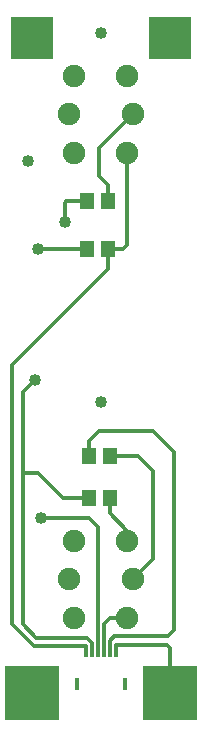
<source format=gtl>
%FSDAX24Y24*%
%MOIN*%
%SFA1B1*%

%IPPOS*%
%ADD10C,0.040000*%
%ADD11R,0.011800X0.027600*%
%ADD12R,0.011800X0.039400*%
%ADD13R,0.045300X0.055100*%
%ADD14C,0.012000*%
%ADD15R,0.140000X0.140000*%
%ADD16R,0.180000X0.180000*%
%ADD17C,0.075000*%
%LNpokey-switch-board-1*%
%LPD*%
G54D10*
X013500Y033200D03*
X013490Y020930D03*
X011060Y028940D03*
X012300Y026900D03*
X011400Y026000D03*
X011300Y021650D03*
X011500Y017050D03*
G54D11*
X013992Y012540D03*
X013795D03*
X013598D03*
X013402D03*
X013205D03*
X013008D03*
G54D12*
X014303Y011497D03*
X012697D03*
G54D13*
X013744Y026000D03*
X013056D03*
X013744Y027600D03*
X013056D03*
X013794Y017700D03*
X013106D03*
X013794Y019100D03*
X013106D03*
G54D14*
X013744Y025344D02*
Y026000D01*
X010550Y022150D02*
X013744Y025344D01*
X014384Y026134D02*
Y029220D01*
X014250Y026000D02*
X014384Y026134D01*
X012300Y026900D02*
Y027550D01*
X012350Y027600*
X010550Y013500D02*
Y022150D01*
X011400Y026000D02*
X013056D01*
X013744D02*
X014250D01*
X013744Y027600D02*
Y028156D01*
X013450Y028450D02*
X013744Y028156D01*
X013450Y028450D02*
Y029387D01*
X014563Y030500*
X012350Y027600D02*
X013056D01*
X013992Y012800D02*
X015700D01*
X015750Y013100D02*
X015950Y013300D01*
X013945Y013100D02*
X015750D01*
X013795Y012950D02*
X013945Y013100D01*
X015700Y012800D02*
X015800Y012700D01*
Y011200D02*
Y012700D01*
X015250Y015687D02*
Y018600D01*
X014750Y019100D02*
X015250Y018600D01*
X013794Y019100D02*
X014750D01*
X014563Y015000D02*
X015250Y015687D01*
X012250Y017700D02*
X013106D01*
X011400Y018550D02*
X012250Y017700D01*
X010900Y018550D02*
X011400D01*
X010900D02*
Y021250D01*
Y013500D02*
Y018550D01*
Y013500D02*
X011350Y013050D01*
X010900Y021250D02*
X011300Y021650D01*
X013106Y019100D02*
Y019594D01*
X013100Y019600D02*
X013106Y019594D01*
X013100Y019600D02*
X013450Y019950D01*
X015250*
X015950Y019250*
Y013300D02*
Y019250D01*
X013100Y017050D02*
X013402Y016748D01*
X011500Y017050D02*
X013100D01*
X013820Y013720D02*
X014384D01*
X013598Y013498D02*
X013820Y013720D01*
X011350Y013050D02*
X013050D01*
X013205Y012895*
X010550Y013500D02*
X011258Y012792D01*
X013794Y017206D02*
X014384Y016616D01*
Y016280D02*
Y016616D01*
X013794Y017206D02*
Y017700D01*
X011258Y012792D02*
X013008D01*
X013992Y012540D02*
Y012800D01*
X013795Y012540D02*
Y012950D01*
X013598Y012540D02*
Y013498D01*
X013402Y012540D02*
Y016748D01*
X013205Y012540D02*
Y012895D01*
X013008Y012540D02*
Y012792D01*
G54D15*
X011200Y033050D03*
X015800D03*
G54D16*
X015800Y011200D03*
X011200D03*
G54D17*
X012437Y030500D03*
X014563D03*
X014384Y029220D03*
Y031780D03*
X012614D03*
Y029220D03*
X012437Y015000D03*
X014563D03*
X014384Y013720D03*
Y016280D03*
X012614D03*
Y013720D03*
M02*
</source>
